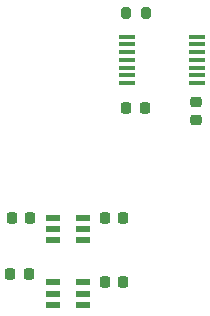
<source format=gtp>
G04 #@! TF.GenerationSoftware,KiCad,Pcbnew,7.0.9-7.0.9~ubuntu22.04.1*
G04 #@! TF.CreationDate,2023-11-26T22:36:36+01:00*
G04 #@! TF.ProjectId,MicroPicoDrive,4d696372-6f50-4696-936f-44726976652e,1.4.1*
G04 #@! TF.SameCoordinates,Original*
G04 #@! TF.FileFunction,Paste,Top*
G04 #@! TF.FilePolarity,Positive*
%FSLAX46Y46*%
G04 Gerber Fmt 4.6, Leading zero omitted, Abs format (unit mm)*
G04 Created by KiCad (PCBNEW 7.0.9-7.0.9~ubuntu22.04.1) date 2023-11-26 22:36:36*
%MOMM*%
%LPD*%
G01*
G04 APERTURE LIST*
G04 Aperture macros list*
%AMRoundRect*
0 Rectangle with rounded corners*
0 $1 Rounding radius*
0 $2 $3 $4 $5 $6 $7 $8 $9 X,Y pos of 4 corners*
0 Add a 4 corners polygon primitive as box body*
4,1,4,$2,$3,$4,$5,$6,$7,$8,$9,$2,$3,0*
0 Add four circle primitives for the rounded corners*
1,1,$1+$1,$2,$3*
1,1,$1+$1,$4,$5*
1,1,$1+$1,$6,$7*
1,1,$1+$1,$8,$9*
0 Add four rect primitives between the rounded corners*
20,1,$1+$1,$2,$3,$4,$5,0*
20,1,$1+$1,$4,$5,$6,$7,0*
20,1,$1+$1,$6,$7,$8,$9,0*
20,1,$1+$1,$8,$9,$2,$3,0*%
G04 Aperture macros list end*
%ADD10RoundRect,0.225000X0.225000X0.250000X-0.225000X0.250000X-0.225000X-0.250000X0.225000X-0.250000X0*%
%ADD11RoundRect,0.225000X-0.225000X-0.250000X0.225000X-0.250000X0.225000X0.250000X-0.225000X0.250000X0*%
%ADD12R,1.200000X0.600000*%
%ADD13RoundRect,0.225000X-0.250000X0.225000X-0.250000X-0.225000X0.250000X-0.225000X0.250000X0.225000X0*%
%ADD14R,1.475000X0.450000*%
%ADD15RoundRect,0.200000X-0.200000X-0.275000X0.200000X-0.275000X0.200000X0.275000X-0.200000X0.275000X0*%
G04 APERTURE END LIST*
D10*
X137290000Y-98490000D03*
X135740000Y-98490000D03*
D11*
X143740000Y-93715000D03*
X145290000Y-93715000D03*
D12*
X139390000Y-93715000D03*
X139390000Y-94665000D03*
X139390000Y-95615000D03*
X141890000Y-95615000D03*
X141890000Y-94665000D03*
X141890000Y-93715000D03*
D10*
X137415000Y-93740000D03*
X135865000Y-93740000D03*
D11*
X143740000Y-99190000D03*
X145290000Y-99190000D03*
D12*
X139390000Y-99190000D03*
X139390000Y-100140000D03*
X139390000Y-101090000D03*
X141890000Y-101090000D03*
X141890000Y-100140000D03*
X141890000Y-99190000D03*
D13*
X151495000Y-83889579D03*
X151495000Y-85439579D03*
D11*
X145575000Y-84400000D03*
X147125000Y-84400000D03*
D14*
X151508000Y-82289579D03*
X151508000Y-81639579D03*
X151508000Y-80989579D03*
X151508000Y-80339579D03*
X151508000Y-79689579D03*
X151508000Y-79039579D03*
X151508000Y-78389579D03*
X145632000Y-78389579D03*
X145632000Y-79039579D03*
X145632000Y-79689579D03*
X145632000Y-80339579D03*
X145632000Y-80989579D03*
X145632000Y-81639579D03*
X145632000Y-82289579D03*
D15*
X145570000Y-76375000D03*
X147220000Y-76375000D03*
M02*

</source>
